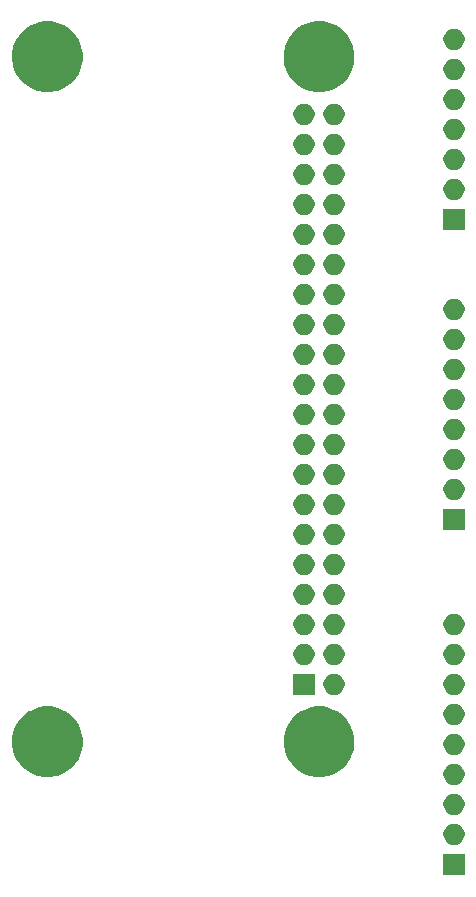
<source format=gbr>
G04 #@! TF.GenerationSoftware,KiCad,Pcbnew,(5.1.5)-3*
G04 #@! TF.CreationDate,2019-12-27T21:02:48-05:00*
G04 #@! TF.ProjectId,pi-altim,70692d61-6c74-4696-9d2e-6b696361645f,rev?*
G04 #@! TF.SameCoordinates,Original*
G04 #@! TF.FileFunction,Soldermask,Top*
G04 #@! TF.FilePolarity,Negative*
%FSLAX46Y46*%
G04 Gerber Fmt 4.6, Leading zero omitted, Abs format (unit mm)*
G04 Created by KiCad (PCBNEW (5.1.5)-3) date 2019-12-27 21:02:48*
%MOMM*%
%LPD*%
G04 APERTURE LIST*
%ADD10C,0.100000*%
G04 APERTURE END LIST*
D10*
G36*
X58051000Y-85991000D02*
G01*
X56249000Y-85991000D01*
X56249000Y-84189000D01*
X58051000Y-84189000D01*
X58051000Y-85991000D01*
G37*
G36*
X57263512Y-81653927D02*
G01*
X57412812Y-81683624D01*
X57576784Y-81751544D01*
X57724354Y-81850147D01*
X57849853Y-81975646D01*
X57948456Y-82123216D01*
X58016376Y-82287188D01*
X58051000Y-82461259D01*
X58051000Y-82638741D01*
X58016376Y-82812812D01*
X57948456Y-82976784D01*
X57849853Y-83124354D01*
X57724354Y-83249853D01*
X57576784Y-83348456D01*
X57412812Y-83416376D01*
X57263512Y-83446073D01*
X57238742Y-83451000D01*
X57061258Y-83451000D01*
X57036488Y-83446073D01*
X56887188Y-83416376D01*
X56723216Y-83348456D01*
X56575646Y-83249853D01*
X56450147Y-83124354D01*
X56351544Y-82976784D01*
X56283624Y-82812812D01*
X56249000Y-82638741D01*
X56249000Y-82461259D01*
X56283624Y-82287188D01*
X56351544Y-82123216D01*
X56450147Y-81975646D01*
X56575646Y-81850147D01*
X56723216Y-81751544D01*
X56887188Y-81683624D01*
X57036488Y-81653927D01*
X57061258Y-81649000D01*
X57238742Y-81649000D01*
X57263512Y-81653927D01*
G37*
G36*
X57263512Y-79113927D02*
G01*
X57412812Y-79143624D01*
X57576784Y-79211544D01*
X57724354Y-79310147D01*
X57849853Y-79435646D01*
X57948456Y-79583216D01*
X58016376Y-79747188D01*
X58051000Y-79921259D01*
X58051000Y-80098741D01*
X58016376Y-80272812D01*
X57948456Y-80436784D01*
X57849853Y-80584354D01*
X57724354Y-80709853D01*
X57576784Y-80808456D01*
X57412812Y-80876376D01*
X57263512Y-80906073D01*
X57238742Y-80911000D01*
X57061258Y-80911000D01*
X57036488Y-80906073D01*
X56887188Y-80876376D01*
X56723216Y-80808456D01*
X56575646Y-80709853D01*
X56450147Y-80584354D01*
X56351544Y-80436784D01*
X56283624Y-80272812D01*
X56249000Y-80098741D01*
X56249000Y-79921259D01*
X56283624Y-79747188D01*
X56351544Y-79583216D01*
X56450147Y-79435646D01*
X56575646Y-79310147D01*
X56723216Y-79211544D01*
X56887188Y-79143624D01*
X57036488Y-79113927D01*
X57061258Y-79109000D01*
X57238742Y-79109000D01*
X57263512Y-79113927D01*
G37*
G36*
X57263512Y-76573927D02*
G01*
X57412812Y-76603624D01*
X57576784Y-76671544D01*
X57724354Y-76770147D01*
X57849853Y-76895646D01*
X57948456Y-77043216D01*
X58016376Y-77207188D01*
X58046073Y-77356488D01*
X58050465Y-77378566D01*
X58051000Y-77381259D01*
X58051000Y-77558741D01*
X58016376Y-77732812D01*
X57948456Y-77896784D01*
X57849853Y-78044354D01*
X57724354Y-78169853D01*
X57576784Y-78268456D01*
X57412812Y-78336376D01*
X57263512Y-78366073D01*
X57238742Y-78371000D01*
X57061258Y-78371000D01*
X57036488Y-78366073D01*
X56887188Y-78336376D01*
X56723216Y-78268456D01*
X56575646Y-78169853D01*
X56450147Y-78044354D01*
X56351544Y-77896784D01*
X56283624Y-77732812D01*
X56249000Y-77558741D01*
X56249000Y-77381259D01*
X56249536Y-77378566D01*
X56253927Y-77356488D01*
X56283624Y-77207188D01*
X56351544Y-77043216D01*
X56450147Y-76895646D01*
X56575646Y-76770147D01*
X56723216Y-76671544D01*
X56887188Y-76603624D01*
X57036488Y-76573927D01*
X57061258Y-76569000D01*
X57238742Y-76569000D01*
X57263512Y-76573927D01*
G37*
G36*
X46401870Y-71796859D02*
G01*
X46595068Y-71835288D01*
X47141033Y-72061434D01*
X47239442Y-72127189D01*
X47632388Y-72389747D01*
X48050253Y-72807612D01*
X48213295Y-73051622D01*
X48373243Y-73291000D01*
X48378567Y-73298969D01*
X48604712Y-73844933D01*
X48720000Y-74424524D01*
X48720000Y-75015476D01*
X48643141Y-75401870D01*
X48604712Y-75595068D01*
X48378566Y-76141033D01*
X48050252Y-76632389D01*
X47632389Y-77050252D01*
X47141033Y-77378566D01*
X46595068Y-77604712D01*
X46401870Y-77643141D01*
X46015476Y-77720000D01*
X45424524Y-77720000D01*
X45038130Y-77643141D01*
X44844932Y-77604712D01*
X44298967Y-77378566D01*
X43807611Y-77050252D01*
X43389748Y-76632389D01*
X43061434Y-76141033D01*
X42835288Y-75595068D01*
X42796859Y-75401870D01*
X42720000Y-75015476D01*
X42720000Y-74424524D01*
X42835288Y-73844933D01*
X43061433Y-73298969D01*
X43066758Y-73291000D01*
X43226705Y-73051622D01*
X43389747Y-72807612D01*
X43807612Y-72389747D01*
X44200558Y-72127189D01*
X44298967Y-72061434D01*
X44844932Y-71835288D01*
X45038130Y-71796859D01*
X45424524Y-71720000D01*
X46015476Y-71720000D01*
X46401870Y-71796859D01*
G37*
G36*
X23401870Y-71796859D02*
G01*
X23595068Y-71835288D01*
X24141033Y-72061434D01*
X24239442Y-72127189D01*
X24632388Y-72389747D01*
X25050253Y-72807612D01*
X25213295Y-73051622D01*
X25373243Y-73291000D01*
X25378567Y-73298969D01*
X25604712Y-73844933D01*
X25720000Y-74424524D01*
X25720000Y-75015476D01*
X25643141Y-75401870D01*
X25604712Y-75595068D01*
X25378566Y-76141033D01*
X25050252Y-76632389D01*
X24632389Y-77050252D01*
X24141033Y-77378566D01*
X23595068Y-77604712D01*
X23401870Y-77643141D01*
X23015476Y-77720000D01*
X22424524Y-77720000D01*
X22038130Y-77643141D01*
X21844932Y-77604712D01*
X21298967Y-77378566D01*
X20807611Y-77050252D01*
X20389748Y-76632389D01*
X20061434Y-76141033D01*
X19835288Y-75595068D01*
X19796859Y-75401870D01*
X19720000Y-75015476D01*
X19720000Y-74424524D01*
X19835288Y-73844933D01*
X20061433Y-73298969D01*
X20066758Y-73291000D01*
X20226705Y-73051622D01*
X20389747Y-72807612D01*
X20807612Y-72389747D01*
X21200558Y-72127189D01*
X21298967Y-72061434D01*
X21844932Y-71835288D01*
X22038130Y-71796859D01*
X22424524Y-71720000D01*
X23015476Y-71720000D01*
X23401870Y-71796859D01*
G37*
G36*
X57263512Y-74033927D02*
G01*
X57412812Y-74063624D01*
X57576784Y-74131544D01*
X57724354Y-74230147D01*
X57849853Y-74355646D01*
X57948456Y-74503216D01*
X58016376Y-74667188D01*
X58051000Y-74841259D01*
X58051000Y-75018741D01*
X58016376Y-75192812D01*
X57948456Y-75356784D01*
X57849853Y-75504354D01*
X57724354Y-75629853D01*
X57576784Y-75728456D01*
X57412812Y-75796376D01*
X57263512Y-75826073D01*
X57238742Y-75831000D01*
X57061258Y-75831000D01*
X57036488Y-75826073D01*
X56887188Y-75796376D01*
X56723216Y-75728456D01*
X56575646Y-75629853D01*
X56450147Y-75504354D01*
X56351544Y-75356784D01*
X56283624Y-75192812D01*
X56249000Y-75018741D01*
X56249000Y-74841259D01*
X56283624Y-74667188D01*
X56351544Y-74503216D01*
X56450147Y-74355646D01*
X56575646Y-74230147D01*
X56723216Y-74131544D01*
X56887188Y-74063624D01*
X57036488Y-74033927D01*
X57061258Y-74029000D01*
X57238742Y-74029000D01*
X57263512Y-74033927D01*
G37*
G36*
X57263512Y-71493927D02*
G01*
X57412812Y-71523624D01*
X57576784Y-71591544D01*
X57724354Y-71690147D01*
X57849853Y-71815646D01*
X57948456Y-71963216D01*
X58016376Y-72127188D01*
X58051000Y-72301259D01*
X58051000Y-72478741D01*
X58016376Y-72652812D01*
X57948456Y-72816784D01*
X57849853Y-72964354D01*
X57724354Y-73089853D01*
X57576784Y-73188456D01*
X57412812Y-73256376D01*
X57263512Y-73286073D01*
X57238742Y-73291000D01*
X57061258Y-73291000D01*
X57036488Y-73286073D01*
X56887188Y-73256376D01*
X56723216Y-73188456D01*
X56575646Y-73089853D01*
X56450147Y-72964354D01*
X56351544Y-72816784D01*
X56283624Y-72652812D01*
X56249000Y-72478741D01*
X56249000Y-72301259D01*
X56283624Y-72127188D01*
X56351544Y-71963216D01*
X56450147Y-71815646D01*
X56575646Y-71690147D01*
X56723216Y-71591544D01*
X56887188Y-71523624D01*
X57036488Y-71493927D01*
X57061258Y-71489000D01*
X57238742Y-71489000D01*
X57263512Y-71493927D01*
G37*
G36*
X45351000Y-70751000D02*
G01*
X43549000Y-70751000D01*
X43549000Y-68949000D01*
X45351000Y-68949000D01*
X45351000Y-70751000D01*
G37*
G36*
X47103512Y-68953927D02*
G01*
X47252812Y-68983624D01*
X47416784Y-69051544D01*
X47564354Y-69150147D01*
X47689853Y-69275646D01*
X47788456Y-69423216D01*
X47856376Y-69587188D01*
X47891000Y-69761259D01*
X47891000Y-69938741D01*
X47856376Y-70112812D01*
X47788456Y-70276784D01*
X47689853Y-70424354D01*
X47564354Y-70549853D01*
X47416784Y-70648456D01*
X47252812Y-70716376D01*
X47103512Y-70746073D01*
X47078742Y-70751000D01*
X46901258Y-70751000D01*
X46876488Y-70746073D01*
X46727188Y-70716376D01*
X46563216Y-70648456D01*
X46415646Y-70549853D01*
X46290147Y-70424354D01*
X46191544Y-70276784D01*
X46123624Y-70112812D01*
X46089000Y-69938741D01*
X46089000Y-69761259D01*
X46123624Y-69587188D01*
X46191544Y-69423216D01*
X46290147Y-69275646D01*
X46415646Y-69150147D01*
X46563216Y-69051544D01*
X46727188Y-68983624D01*
X46876488Y-68953927D01*
X46901258Y-68949000D01*
X47078742Y-68949000D01*
X47103512Y-68953927D01*
G37*
G36*
X57263512Y-68953927D02*
G01*
X57412812Y-68983624D01*
X57576784Y-69051544D01*
X57724354Y-69150147D01*
X57849853Y-69275646D01*
X57948456Y-69423216D01*
X58016376Y-69587188D01*
X58051000Y-69761259D01*
X58051000Y-69938741D01*
X58016376Y-70112812D01*
X57948456Y-70276784D01*
X57849853Y-70424354D01*
X57724354Y-70549853D01*
X57576784Y-70648456D01*
X57412812Y-70716376D01*
X57263512Y-70746073D01*
X57238742Y-70751000D01*
X57061258Y-70751000D01*
X57036488Y-70746073D01*
X56887188Y-70716376D01*
X56723216Y-70648456D01*
X56575646Y-70549853D01*
X56450147Y-70424354D01*
X56351544Y-70276784D01*
X56283624Y-70112812D01*
X56249000Y-69938741D01*
X56249000Y-69761259D01*
X56283624Y-69587188D01*
X56351544Y-69423216D01*
X56450147Y-69275646D01*
X56575646Y-69150147D01*
X56723216Y-69051544D01*
X56887188Y-68983624D01*
X57036488Y-68953927D01*
X57061258Y-68949000D01*
X57238742Y-68949000D01*
X57263512Y-68953927D01*
G37*
G36*
X44563512Y-66413927D02*
G01*
X44712812Y-66443624D01*
X44876784Y-66511544D01*
X45024354Y-66610147D01*
X45149853Y-66735646D01*
X45248456Y-66883216D01*
X45316376Y-67047188D01*
X45351000Y-67221259D01*
X45351000Y-67398741D01*
X45316376Y-67572812D01*
X45248456Y-67736784D01*
X45149853Y-67884354D01*
X45024354Y-68009853D01*
X44876784Y-68108456D01*
X44712812Y-68176376D01*
X44563512Y-68206073D01*
X44538742Y-68211000D01*
X44361258Y-68211000D01*
X44336488Y-68206073D01*
X44187188Y-68176376D01*
X44023216Y-68108456D01*
X43875646Y-68009853D01*
X43750147Y-67884354D01*
X43651544Y-67736784D01*
X43583624Y-67572812D01*
X43549000Y-67398741D01*
X43549000Y-67221259D01*
X43583624Y-67047188D01*
X43651544Y-66883216D01*
X43750147Y-66735646D01*
X43875646Y-66610147D01*
X44023216Y-66511544D01*
X44187188Y-66443624D01*
X44336488Y-66413927D01*
X44361258Y-66409000D01*
X44538742Y-66409000D01*
X44563512Y-66413927D01*
G37*
G36*
X47103512Y-66413927D02*
G01*
X47252812Y-66443624D01*
X47416784Y-66511544D01*
X47564354Y-66610147D01*
X47689853Y-66735646D01*
X47788456Y-66883216D01*
X47856376Y-67047188D01*
X47891000Y-67221259D01*
X47891000Y-67398741D01*
X47856376Y-67572812D01*
X47788456Y-67736784D01*
X47689853Y-67884354D01*
X47564354Y-68009853D01*
X47416784Y-68108456D01*
X47252812Y-68176376D01*
X47103512Y-68206073D01*
X47078742Y-68211000D01*
X46901258Y-68211000D01*
X46876488Y-68206073D01*
X46727188Y-68176376D01*
X46563216Y-68108456D01*
X46415646Y-68009853D01*
X46290147Y-67884354D01*
X46191544Y-67736784D01*
X46123624Y-67572812D01*
X46089000Y-67398741D01*
X46089000Y-67221259D01*
X46123624Y-67047188D01*
X46191544Y-66883216D01*
X46290147Y-66735646D01*
X46415646Y-66610147D01*
X46563216Y-66511544D01*
X46727188Y-66443624D01*
X46876488Y-66413927D01*
X46901258Y-66409000D01*
X47078742Y-66409000D01*
X47103512Y-66413927D01*
G37*
G36*
X57263512Y-66413927D02*
G01*
X57412812Y-66443624D01*
X57576784Y-66511544D01*
X57724354Y-66610147D01*
X57849853Y-66735646D01*
X57948456Y-66883216D01*
X58016376Y-67047188D01*
X58051000Y-67221259D01*
X58051000Y-67398741D01*
X58016376Y-67572812D01*
X57948456Y-67736784D01*
X57849853Y-67884354D01*
X57724354Y-68009853D01*
X57576784Y-68108456D01*
X57412812Y-68176376D01*
X57263512Y-68206073D01*
X57238742Y-68211000D01*
X57061258Y-68211000D01*
X57036488Y-68206073D01*
X56887188Y-68176376D01*
X56723216Y-68108456D01*
X56575646Y-68009853D01*
X56450147Y-67884354D01*
X56351544Y-67736784D01*
X56283624Y-67572812D01*
X56249000Y-67398741D01*
X56249000Y-67221259D01*
X56283624Y-67047188D01*
X56351544Y-66883216D01*
X56450147Y-66735646D01*
X56575646Y-66610147D01*
X56723216Y-66511544D01*
X56887188Y-66443624D01*
X57036488Y-66413927D01*
X57061258Y-66409000D01*
X57238742Y-66409000D01*
X57263512Y-66413927D01*
G37*
G36*
X57263512Y-63873927D02*
G01*
X57412812Y-63903624D01*
X57576784Y-63971544D01*
X57724354Y-64070147D01*
X57849853Y-64195646D01*
X57948456Y-64343216D01*
X58016376Y-64507188D01*
X58051000Y-64681259D01*
X58051000Y-64858741D01*
X58016376Y-65032812D01*
X57948456Y-65196784D01*
X57849853Y-65344354D01*
X57724354Y-65469853D01*
X57576784Y-65568456D01*
X57412812Y-65636376D01*
X57263512Y-65666073D01*
X57238742Y-65671000D01*
X57061258Y-65671000D01*
X57036488Y-65666073D01*
X56887188Y-65636376D01*
X56723216Y-65568456D01*
X56575646Y-65469853D01*
X56450147Y-65344354D01*
X56351544Y-65196784D01*
X56283624Y-65032812D01*
X56249000Y-64858741D01*
X56249000Y-64681259D01*
X56283624Y-64507188D01*
X56351544Y-64343216D01*
X56450147Y-64195646D01*
X56575646Y-64070147D01*
X56723216Y-63971544D01*
X56887188Y-63903624D01*
X57036488Y-63873927D01*
X57061258Y-63869000D01*
X57238742Y-63869000D01*
X57263512Y-63873927D01*
G37*
G36*
X44563512Y-63873927D02*
G01*
X44712812Y-63903624D01*
X44876784Y-63971544D01*
X45024354Y-64070147D01*
X45149853Y-64195646D01*
X45248456Y-64343216D01*
X45316376Y-64507188D01*
X45351000Y-64681259D01*
X45351000Y-64858741D01*
X45316376Y-65032812D01*
X45248456Y-65196784D01*
X45149853Y-65344354D01*
X45024354Y-65469853D01*
X44876784Y-65568456D01*
X44712812Y-65636376D01*
X44563512Y-65666073D01*
X44538742Y-65671000D01*
X44361258Y-65671000D01*
X44336488Y-65666073D01*
X44187188Y-65636376D01*
X44023216Y-65568456D01*
X43875646Y-65469853D01*
X43750147Y-65344354D01*
X43651544Y-65196784D01*
X43583624Y-65032812D01*
X43549000Y-64858741D01*
X43549000Y-64681259D01*
X43583624Y-64507188D01*
X43651544Y-64343216D01*
X43750147Y-64195646D01*
X43875646Y-64070147D01*
X44023216Y-63971544D01*
X44187188Y-63903624D01*
X44336488Y-63873927D01*
X44361258Y-63869000D01*
X44538742Y-63869000D01*
X44563512Y-63873927D01*
G37*
G36*
X47103512Y-63873927D02*
G01*
X47252812Y-63903624D01*
X47416784Y-63971544D01*
X47564354Y-64070147D01*
X47689853Y-64195646D01*
X47788456Y-64343216D01*
X47856376Y-64507188D01*
X47891000Y-64681259D01*
X47891000Y-64858741D01*
X47856376Y-65032812D01*
X47788456Y-65196784D01*
X47689853Y-65344354D01*
X47564354Y-65469853D01*
X47416784Y-65568456D01*
X47252812Y-65636376D01*
X47103512Y-65666073D01*
X47078742Y-65671000D01*
X46901258Y-65671000D01*
X46876488Y-65666073D01*
X46727188Y-65636376D01*
X46563216Y-65568456D01*
X46415646Y-65469853D01*
X46290147Y-65344354D01*
X46191544Y-65196784D01*
X46123624Y-65032812D01*
X46089000Y-64858741D01*
X46089000Y-64681259D01*
X46123624Y-64507188D01*
X46191544Y-64343216D01*
X46290147Y-64195646D01*
X46415646Y-64070147D01*
X46563216Y-63971544D01*
X46727188Y-63903624D01*
X46876488Y-63873927D01*
X46901258Y-63869000D01*
X47078742Y-63869000D01*
X47103512Y-63873927D01*
G37*
G36*
X44563512Y-61333927D02*
G01*
X44712812Y-61363624D01*
X44876784Y-61431544D01*
X45024354Y-61530147D01*
X45149853Y-61655646D01*
X45248456Y-61803216D01*
X45316376Y-61967188D01*
X45351000Y-62141259D01*
X45351000Y-62318741D01*
X45316376Y-62492812D01*
X45248456Y-62656784D01*
X45149853Y-62804354D01*
X45024354Y-62929853D01*
X44876784Y-63028456D01*
X44712812Y-63096376D01*
X44563512Y-63126073D01*
X44538742Y-63131000D01*
X44361258Y-63131000D01*
X44336488Y-63126073D01*
X44187188Y-63096376D01*
X44023216Y-63028456D01*
X43875646Y-62929853D01*
X43750147Y-62804354D01*
X43651544Y-62656784D01*
X43583624Y-62492812D01*
X43549000Y-62318741D01*
X43549000Y-62141259D01*
X43583624Y-61967188D01*
X43651544Y-61803216D01*
X43750147Y-61655646D01*
X43875646Y-61530147D01*
X44023216Y-61431544D01*
X44187188Y-61363624D01*
X44336488Y-61333927D01*
X44361258Y-61329000D01*
X44538742Y-61329000D01*
X44563512Y-61333927D01*
G37*
G36*
X47103512Y-61333927D02*
G01*
X47252812Y-61363624D01*
X47416784Y-61431544D01*
X47564354Y-61530147D01*
X47689853Y-61655646D01*
X47788456Y-61803216D01*
X47856376Y-61967188D01*
X47891000Y-62141259D01*
X47891000Y-62318741D01*
X47856376Y-62492812D01*
X47788456Y-62656784D01*
X47689853Y-62804354D01*
X47564354Y-62929853D01*
X47416784Y-63028456D01*
X47252812Y-63096376D01*
X47103512Y-63126073D01*
X47078742Y-63131000D01*
X46901258Y-63131000D01*
X46876488Y-63126073D01*
X46727188Y-63096376D01*
X46563216Y-63028456D01*
X46415646Y-62929853D01*
X46290147Y-62804354D01*
X46191544Y-62656784D01*
X46123624Y-62492812D01*
X46089000Y-62318741D01*
X46089000Y-62141259D01*
X46123624Y-61967188D01*
X46191544Y-61803216D01*
X46290147Y-61655646D01*
X46415646Y-61530147D01*
X46563216Y-61431544D01*
X46727188Y-61363624D01*
X46876488Y-61333927D01*
X46901258Y-61329000D01*
X47078742Y-61329000D01*
X47103512Y-61333927D01*
G37*
G36*
X47103512Y-58793927D02*
G01*
X47252812Y-58823624D01*
X47416784Y-58891544D01*
X47564354Y-58990147D01*
X47689853Y-59115646D01*
X47788456Y-59263216D01*
X47856376Y-59427188D01*
X47891000Y-59601259D01*
X47891000Y-59778741D01*
X47856376Y-59952812D01*
X47788456Y-60116784D01*
X47689853Y-60264354D01*
X47564354Y-60389853D01*
X47416784Y-60488456D01*
X47252812Y-60556376D01*
X47103512Y-60586073D01*
X47078742Y-60591000D01*
X46901258Y-60591000D01*
X46876488Y-60586073D01*
X46727188Y-60556376D01*
X46563216Y-60488456D01*
X46415646Y-60389853D01*
X46290147Y-60264354D01*
X46191544Y-60116784D01*
X46123624Y-59952812D01*
X46089000Y-59778741D01*
X46089000Y-59601259D01*
X46123624Y-59427188D01*
X46191544Y-59263216D01*
X46290147Y-59115646D01*
X46415646Y-58990147D01*
X46563216Y-58891544D01*
X46727188Y-58823624D01*
X46876488Y-58793927D01*
X46901258Y-58789000D01*
X47078742Y-58789000D01*
X47103512Y-58793927D01*
G37*
G36*
X44563512Y-58793927D02*
G01*
X44712812Y-58823624D01*
X44876784Y-58891544D01*
X45024354Y-58990147D01*
X45149853Y-59115646D01*
X45248456Y-59263216D01*
X45316376Y-59427188D01*
X45351000Y-59601259D01*
X45351000Y-59778741D01*
X45316376Y-59952812D01*
X45248456Y-60116784D01*
X45149853Y-60264354D01*
X45024354Y-60389853D01*
X44876784Y-60488456D01*
X44712812Y-60556376D01*
X44563512Y-60586073D01*
X44538742Y-60591000D01*
X44361258Y-60591000D01*
X44336488Y-60586073D01*
X44187188Y-60556376D01*
X44023216Y-60488456D01*
X43875646Y-60389853D01*
X43750147Y-60264354D01*
X43651544Y-60116784D01*
X43583624Y-59952812D01*
X43549000Y-59778741D01*
X43549000Y-59601259D01*
X43583624Y-59427188D01*
X43651544Y-59263216D01*
X43750147Y-59115646D01*
X43875646Y-58990147D01*
X44023216Y-58891544D01*
X44187188Y-58823624D01*
X44336488Y-58793927D01*
X44361258Y-58789000D01*
X44538742Y-58789000D01*
X44563512Y-58793927D01*
G37*
G36*
X47103512Y-56253927D02*
G01*
X47252812Y-56283624D01*
X47416784Y-56351544D01*
X47564354Y-56450147D01*
X47689853Y-56575646D01*
X47788456Y-56723216D01*
X47856376Y-56887188D01*
X47891000Y-57061259D01*
X47891000Y-57238741D01*
X47856376Y-57412812D01*
X47788456Y-57576784D01*
X47689853Y-57724354D01*
X47564354Y-57849853D01*
X47416784Y-57948456D01*
X47252812Y-58016376D01*
X47103512Y-58046073D01*
X47078742Y-58051000D01*
X46901258Y-58051000D01*
X46876488Y-58046073D01*
X46727188Y-58016376D01*
X46563216Y-57948456D01*
X46415646Y-57849853D01*
X46290147Y-57724354D01*
X46191544Y-57576784D01*
X46123624Y-57412812D01*
X46089000Y-57238741D01*
X46089000Y-57061259D01*
X46123624Y-56887188D01*
X46191544Y-56723216D01*
X46290147Y-56575646D01*
X46415646Y-56450147D01*
X46563216Y-56351544D01*
X46727188Y-56283624D01*
X46876488Y-56253927D01*
X46901258Y-56249000D01*
X47078742Y-56249000D01*
X47103512Y-56253927D01*
G37*
G36*
X44563512Y-56253927D02*
G01*
X44712812Y-56283624D01*
X44876784Y-56351544D01*
X45024354Y-56450147D01*
X45149853Y-56575646D01*
X45248456Y-56723216D01*
X45316376Y-56887188D01*
X45351000Y-57061259D01*
X45351000Y-57238741D01*
X45316376Y-57412812D01*
X45248456Y-57576784D01*
X45149853Y-57724354D01*
X45024354Y-57849853D01*
X44876784Y-57948456D01*
X44712812Y-58016376D01*
X44563512Y-58046073D01*
X44538742Y-58051000D01*
X44361258Y-58051000D01*
X44336488Y-58046073D01*
X44187188Y-58016376D01*
X44023216Y-57948456D01*
X43875646Y-57849853D01*
X43750147Y-57724354D01*
X43651544Y-57576784D01*
X43583624Y-57412812D01*
X43549000Y-57238741D01*
X43549000Y-57061259D01*
X43583624Y-56887188D01*
X43651544Y-56723216D01*
X43750147Y-56575646D01*
X43875646Y-56450147D01*
X44023216Y-56351544D01*
X44187188Y-56283624D01*
X44336488Y-56253927D01*
X44361258Y-56249000D01*
X44538742Y-56249000D01*
X44563512Y-56253927D01*
G37*
G36*
X58051000Y-56781000D02*
G01*
X56249000Y-56781000D01*
X56249000Y-54979000D01*
X58051000Y-54979000D01*
X58051000Y-56781000D01*
G37*
G36*
X47103512Y-53713927D02*
G01*
X47252812Y-53743624D01*
X47416784Y-53811544D01*
X47564354Y-53910147D01*
X47689853Y-54035646D01*
X47788456Y-54183216D01*
X47856376Y-54347188D01*
X47891000Y-54521259D01*
X47891000Y-54698741D01*
X47856376Y-54872812D01*
X47788456Y-55036784D01*
X47689853Y-55184354D01*
X47564354Y-55309853D01*
X47416784Y-55408456D01*
X47252812Y-55476376D01*
X47103512Y-55506073D01*
X47078742Y-55511000D01*
X46901258Y-55511000D01*
X46876488Y-55506073D01*
X46727188Y-55476376D01*
X46563216Y-55408456D01*
X46415646Y-55309853D01*
X46290147Y-55184354D01*
X46191544Y-55036784D01*
X46123624Y-54872812D01*
X46089000Y-54698741D01*
X46089000Y-54521259D01*
X46123624Y-54347188D01*
X46191544Y-54183216D01*
X46290147Y-54035646D01*
X46415646Y-53910147D01*
X46563216Y-53811544D01*
X46727188Y-53743624D01*
X46876488Y-53713927D01*
X46901258Y-53709000D01*
X47078742Y-53709000D01*
X47103512Y-53713927D01*
G37*
G36*
X44563512Y-53713927D02*
G01*
X44712812Y-53743624D01*
X44876784Y-53811544D01*
X45024354Y-53910147D01*
X45149853Y-54035646D01*
X45248456Y-54183216D01*
X45316376Y-54347188D01*
X45351000Y-54521259D01*
X45351000Y-54698741D01*
X45316376Y-54872812D01*
X45248456Y-55036784D01*
X45149853Y-55184354D01*
X45024354Y-55309853D01*
X44876784Y-55408456D01*
X44712812Y-55476376D01*
X44563512Y-55506073D01*
X44538742Y-55511000D01*
X44361258Y-55511000D01*
X44336488Y-55506073D01*
X44187188Y-55476376D01*
X44023216Y-55408456D01*
X43875646Y-55309853D01*
X43750147Y-55184354D01*
X43651544Y-55036784D01*
X43583624Y-54872812D01*
X43549000Y-54698741D01*
X43549000Y-54521259D01*
X43583624Y-54347188D01*
X43651544Y-54183216D01*
X43750147Y-54035646D01*
X43875646Y-53910147D01*
X44023216Y-53811544D01*
X44187188Y-53743624D01*
X44336488Y-53713927D01*
X44361258Y-53709000D01*
X44538742Y-53709000D01*
X44563512Y-53713927D01*
G37*
G36*
X57263512Y-52443927D02*
G01*
X57412812Y-52473624D01*
X57576784Y-52541544D01*
X57724354Y-52640147D01*
X57849853Y-52765646D01*
X57948456Y-52913216D01*
X58016376Y-53077188D01*
X58051000Y-53251259D01*
X58051000Y-53428741D01*
X58016376Y-53602812D01*
X57948456Y-53766784D01*
X57849853Y-53914354D01*
X57724354Y-54039853D01*
X57576784Y-54138456D01*
X57412812Y-54206376D01*
X57263512Y-54236073D01*
X57238742Y-54241000D01*
X57061258Y-54241000D01*
X57036488Y-54236073D01*
X56887188Y-54206376D01*
X56723216Y-54138456D01*
X56575646Y-54039853D01*
X56450147Y-53914354D01*
X56351544Y-53766784D01*
X56283624Y-53602812D01*
X56249000Y-53428741D01*
X56249000Y-53251259D01*
X56283624Y-53077188D01*
X56351544Y-52913216D01*
X56450147Y-52765646D01*
X56575646Y-52640147D01*
X56723216Y-52541544D01*
X56887188Y-52473624D01*
X57036488Y-52443927D01*
X57061258Y-52439000D01*
X57238742Y-52439000D01*
X57263512Y-52443927D01*
G37*
G36*
X47103512Y-51173927D02*
G01*
X47252812Y-51203624D01*
X47416784Y-51271544D01*
X47564354Y-51370147D01*
X47689853Y-51495646D01*
X47788456Y-51643216D01*
X47856376Y-51807188D01*
X47891000Y-51981259D01*
X47891000Y-52158741D01*
X47856376Y-52332812D01*
X47788456Y-52496784D01*
X47689853Y-52644354D01*
X47564354Y-52769853D01*
X47416784Y-52868456D01*
X47252812Y-52936376D01*
X47103512Y-52966073D01*
X47078742Y-52971000D01*
X46901258Y-52971000D01*
X46876488Y-52966073D01*
X46727188Y-52936376D01*
X46563216Y-52868456D01*
X46415646Y-52769853D01*
X46290147Y-52644354D01*
X46191544Y-52496784D01*
X46123624Y-52332812D01*
X46089000Y-52158741D01*
X46089000Y-51981259D01*
X46123624Y-51807188D01*
X46191544Y-51643216D01*
X46290147Y-51495646D01*
X46415646Y-51370147D01*
X46563216Y-51271544D01*
X46727188Y-51203624D01*
X46876488Y-51173927D01*
X46901258Y-51169000D01*
X47078742Y-51169000D01*
X47103512Y-51173927D01*
G37*
G36*
X44563512Y-51173927D02*
G01*
X44712812Y-51203624D01*
X44876784Y-51271544D01*
X45024354Y-51370147D01*
X45149853Y-51495646D01*
X45248456Y-51643216D01*
X45316376Y-51807188D01*
X45351000Y-51981259D01*
X45351000Y-52158741D01*
X45316376Y-52332812D01*
X45248456Y-52496784D01*
X45149853Y-52644354D01*
X45024354Y-52769853D01*
X44876784Y-52868456D01*
X44712812Y-52936376D01*
X44563512Y-52966073D01*
X44538742Y-52971000D01*
X44361258Y-52971000D01*
X44336488Y-52966073D01*
X44187188Y-52936376D01*
X44023216Y-52868456D01*
X43875646Y-52769853D01*
X43750147Y-52644354D01*
X43651544Y-52496784D01*
X43583624Y-52332812D01*
X43549000Y-52158741D01*
X43549000Y-51981259D01*
X43583624Y-51807188D01*
X43651544Y-51643216D01*
X43750147Y-51495646D01*
X43875646Y-51370147D01*
X44023216Y-51271544D01*
X44187188Y-51203624D01*
X44336488Y-51173927D01*
X44361258Y-51169000D01*
X44538742Y-51169000D01*
X44563512Y-51173927D01*
G37*
G36*
X57263512Y-49903927D02*
G01*
X57412812Y-49933624D01*
X57576784Y-50001544D01*
X57724354Y-50100147D01*
X57849853Y-50225646D01*
X57948456Y-50373216D01*
X58016376Y-50537188D01*
X58051000Y-50711259D01*
X58051000Y-50888741D01*
X58016376Y-51062812D01*
X57948456Y-51226784D01*
X57849853Y-51374354D01*
X57724354Y-51499853D01*
X57576784Y-51598456D01*
X57412812Y-51666376D01*
X57263512Y-51696073D01*
X57238742Y-51701000D01*
X57061258Y-51701000D01*
X57036488Y-51696073D01*
X56887188Y-51666376D01*
X56723216Y-51598456D01*
X56575646Y-51499853D01*
X56450147Y-51374354D01*
X56351544Y-51226784D01*
X56283624Y-51062812D01*
X56249000Y-50888741D01*
X56249000Y-50711259D01*
X56283624Y-50537188D01*
X56351544Y-50373216D01*
X56450147Y-50225646D01*
X56575646Y-50100147D01*
X56723216Y-50001544D01*
X56887188Y-49933624D01*
X57036488Y-49903927D01*
X57061258Y-49899000D01*
X57238742Y-49899000D01*
X57263512Y-49903927D01*
G37*
G36*
X47103512Y-48633927D02*
G01*
X47252812Y-48663624D01*
X47416784Y-48731544D01*
X47564354Y-48830147D01*
X47689853Y-48955646D01*
X47788456Y-49103216D01*
X47856376Y-49267188D01*
X47891000Y-49441259D01*
X47891000Y-49618741D01*
X47856376Y-49792812D01*
X47788456Y-49956784D01*
X47689853Y-50104354D01*
X47564354Y-50229853D01*
X47416784Y-50328456D01*
X47252812Y-50396376D01*
X47103512Y-50426073D01*
X47078742Y-50431000D01*
X46901258Y-50431000D01*
X46876488Y-50426073D01*
X46727188Y-50396376D01*
X46563216Y-50328456D01*
X46415646Y-50229853D01*
X46290147Y-50104354D01*
X46191544Y-49956784D01*
X46123624Y-49792812D01*
X46089000Y-49618741D01*
X46089000Y-49441259D01*
X46123624Y-49267188D01*
X46191544Y-49103216D01*
X46290147Y-48955646D01*
X46415646Y-48830147D01*
X46563216Y-48731544D01*
X46727188Y-48663624D01*
X46876488Y-48633927D01*
X46901258Y-48629000D01*
X47078742Y-48629000D01*
X47103512Y-48633927D01*
G37*
G36*
X44563512Y-48633927D02*
G01*
X44712812Y-48663624D01*
X44876784Y-48731544D01*
X45024354Y-48830147D01*
X45149853Y-48955646D01*
X45248456Y-49103216D01*
X45316376Y-49267188D01*
X45351000Y-49441259D01*
X45351000Y-49618741D01*
X45316376Y-49792812D01*
X45248456Y-49956784D01*
X45149853Y-50104354D01*
X45024354Y-50229853D01*
X44876784Y-50328456D01*
X44712812Y-50396376D01*
X44563512Y-50426073D01*
X44538742Y-50431000D01*
X44361258Y-50431000D01*
X44336488Y-50426073D01*
X44187188Y-50396376D01*
X44023216Y-50328456D01*
X43875646Y-50229853D01*
X43750147Y-50104354D01*
X43651544Y-49956784D01*
X43583624Y-49792812D01*
X43549000Y-49618741D01*
X43549000Y-49441259D01*
X43583624Y-49267188D01*
X43651544Y-49103216D01*
X43750147Y-48955646D01*
X43875646Y-48830147D01*
X44023216Y-48731544D01*
X44187188Y-48663624D01*
X44336488Y-48633927D01*
X44361258Y-48629000D01*
X44538742Y-48629000D01*
X44563512Y-48633927D01*
G37*
G36*
X57263512Y-47363927D02*
G01*
X57412812Y-47393624D01*
X57576784Y-47461544D01*
X57724354Y-47560147D01*
X57849853Y-47685646D01*
X57948456Y-47833216D01*
X58016376Y-47997188D01*
X58051000Y-48171259D01*
X58051000Y-48348741D01*
X58016376Y-48522812D01*
X57948456Y-48686784D01*
X57849853Y-48834354D01*
X57724354Y-48959853D01*
X57576784Y-49058456D01*
X57412812Y-49126376D01*
X57263512Y-49156073D01*
X57238742Y-49161000D01*
X57061258Y-49161000D01*
X57036488Y-49156073D01*
X56887188Y-49126376D01*
X56723216Y-49058456D01*
X56575646Y-48959853D01*
X56450147Y-48834354D01*
X56351544Y-48686784D01*
X56283624Y-48522812D01*
X56249000Y-48348741D01*
X56249000Y-48171259D01*
X56283624Y-47997188D01*
X56351544Y-47833216D01*
X56450147Y-47685646D01*
X56575646Y-47560147D01*
X56723216Y-47461544D01*
X56887188Y-47393624D01*
X57036488Y-47363927D01*
X57061258Y-47359000D01*
X57238742Y-47359000D01*
X57263512Y-47363927D01*
G37*
G36*
X44563512Y-46093927D02*
G01*
X44712812Y-46123624D01*
X44876784Y-46191544D01*
X45024354Y-46290147D01*
X45149853Y-46415646D01*
X45248456Y-46563216D01*
X45316376Y-46727188D01*
X45351000Y-46901259D01*
X45351000Y-47078741D01*
X45316376Y-47252812D01*
X45248456Y-47416784D01*
X45149853Y-47564354D01*
X45024354Y-47689853D01*
X44876784Y-47788456D01*
X44712812Y-47856376D01*
X44563512Y-47886073D01*
X44538742Y-47891000D01*
X44361258Y-47891000D01*
X44336488Y-47886073D01*
X44187188Y-47856376D01*
X44023216Y-47788456D01*
X43875646Y-47689853D01*
X43750147Y-47564354D01*
X43651544Y-47416784D01*
X43583624Y-47252812D01*
X43549000Y-47078741D01*
X43549000Y-46901259D01*
X43583624Y-46727188D01*
X43651544Y-46563216D01*
X43750147Y-46415646D01*
X43875646Y-46290147D01*
X44023216Y-46191544D01*
X44187188Y-46123624D01*
X44336488Y-46093927D01*
X44361258Y-46089000D01*
X44538742Y-46089000D01*
X44563512Y-46093927D01*
G37*
G36*
X47103512Y-46093927D02*
G01*
X47252812Y-46123624D01*
X47416784Y-46191544D01*
X47564354Y-46290147D01*
X47689853Y-46415646D01*
X47788456Y-46563216D01*
X47856376Y-46727188D01*
X47891000Y-46901259D01*
X47891000Y-47078741D01*
X47856376Y-47252812D01*
X47788456Y-47416784D01*
X47689853Y-47564354D01*
X47564354Y-47689853D01*
X47416784Y-47788456D01*
X47252812Y-47856376D01*
X47103512Y-47886073D01*
X47078742Y-47891000D01*
X46901258Y-47891000D01*
X46876488Y-47886073D01*
X46727188Y-47856376D01*
X46563216Y-47788456D01*
X46415646Y-47689853D01*
X46290147Y-47564354D01*
X46191544Y-47416784D01*
X46123624Y-47252812D01*
X46089000Y-47078741D01*
X46089000Y-46901259D01*
X46123624Y-46727188D01*
X46191544Y-46563216D01*
X46290147Y-46415646D01*
X46415646Y-46290147D01*
X46563216Y-46191544D01*
X46727188Y-46123624D01*
X46876488Y-46093927D01*
X46901258Y-46089000D01*
X47078742Y-46089000D01*
X47103512Y-46093927D01*
G37*
G36*
X57263512Y-44823927D02*
G01*
X57412812Y-44853624D01*
X57576784Y-44921544D01*
X57724354Y-45020147D01*
X57849853Y-45145646D01*
X57948456Y-45293216D01*
X58016376Y-45457188D01*
X58051000Y-45631259D01*
X58051000Y-45808741D01*
X58016376Y-45982812D01*
X57948456Y-46146784D01*
X57849853Y-46294354D01*
X57724354Y-46419853D01*
X57576784Y-46518456D01*
X57412812Y-46586376D01*
X57263512Y-46616073D01*
X57238742Y-46621000D01*
X57061258Y-46621000D01*
X57036488Y-46616073D01*
X56887188Y-46586376D01*
X56723216Y-46518456D01*
X56575646Y-46419853D01*
X56450147Y-46294354D01*
X56351544Y-46146784D01*
X56283624Y-45982812D01*
X56249000Y-45808741D01*
X56249000Y-45631259D01*
X56283624Y-45457188D01*
X56351544Y-45293216D01*
X56450147Y-45145646D01*
X56575646Y-45020147D01*
X56723216Y-44921544D01*
X56887188Y-44853624D01*
X57036488Y-44823927D01*
X57061258Y-44819000D01*
X57238742Y-44819000D01*
X57263512Y-44823927D01*
G37*
G36*
X47103512Y-43553927D02*
G01*
X47252812Y-43583624D01*
X47416784Y-43651544D01*
X47564354Y-43750147D01*
X47689853Y-43875646D01*
X47788456Y-44023216D01*
X47856376Y-44187188D01*
X47891000Y-44361259D01*
X47891000Y-44538741D01*
X47856376Y-44712812D01*
X47788456Y-44876784D01*
X47689853Y-45024354D01*
X47564354Y-45149853D01*
X47416784Y-45248456D01*
X47252812Y-45316376D01*
X47103512Y-45346073D01*
X47078742Y-45351000D01*
X46901258Y-45351000D01*
X46876488Y-45346073D01*
X46727188Y-45316376D01*
X46563216Y-45248456D01*
X46415646Y-45149853D01*
X46290147Y-45024354D01*
X46191544Y-44876784D01*
X46123624Y-44712812D01*
X46089000Y-44538741D01*
X46089000Y-44361259D01*
X46123624Y-44187188D01*
X46191544Y-44023216D01*
X46290147Y-43875646D01*
X46415646Y-43750147D01*
X46563216Y-43651544D01*
X46727188Y-43583624D01*
X46876488Y-43553927D01*
X46901258Y-43549000D01*
X47078742Y-43549000D01*
X47103512Y-43553927D01*
G37*
G36*
X44563512Y-43553927D02*
G01*
X44712812Y-43583624D01*
X44876784Y-43651544D01*
X45024354Y-43750147D01*
X45149853Y-43875646D01*
X45248456Y-44023216D01*
X45316376Y-44187188D01*
X45351000Y-44361259D01*
X45351000Y-44538741D01*
X45316376Y-44712812D01*
X45248456Y-44876784D01*
X45149853Y-45024354D01*
X45024354Y-45149853D01*
X44876784Y-45248456D01*
X44712812Y-45316376D01*
X44563512Y-45346073D01*
X44538742Y-45351000D01*
X44361258Y-45351000D01*
X44336488Y-45346073D01*
X44187188Y-45316376D01*
X44023216Y-45248456D01*
X43875646Y-45149853D01*
X43750147Y-45024354D01*
X43651544Y-44876784D01*
X43583624Y-44712812D01*
X43549000Y-44538741D01*
X43549000Y-44361259D01*
X43583624Y-44187188D01*
X43651544Y-44023216D01*
X43750147Y-43875646D01*
X43875646Y-43750147D01*
X44023216Y-43651544D01*
X44187188Y-43583624D01*
X44336488Y-43553927D01*
X44361258Y-43549000D01*
X44538742Y-43549000D01*
X44563512Y-43553927D01*
G37*
G36*
X57263512Y-42283927D02*
G01*
X57412812Y-42313624D01*
X57576784Y-42381544D01*
X57724354Y-42480147D01*
X57849853Y-42605646D01*
X57948456Y-42753216D01*
X58016376Y-42917188D01*
X58051000Y-43091259D01*
X58051000Y-43268741D01*
X58016376Y-43442812D01*
X57948456Y-43606784D01*
X57849853Y-43754354D01*
X57724354Y-43879853D01*
X57576784Y-43978456D01*
X57412812Y-44046376D01*
X57263512Y-44076073D01*
X57238742Y-44081000D01*
X57061258Y-44081000D01*
X57036488Y-44076073D01*
X56887188Y-44046376D01*
X56723216Y-43978456D01*
X56575646Y-43879853D01*
X56450147Y-43754354D01*
X56351544Y-43606784D01*
X56283624Y-43442812D01*
X56249000Y-43268741D01*
X56249000Y-43091259D01*
X56283624Y-42917188D01*
X56351544Y-42753216D01*
X56450147Y-42605646D01*
X56575646Y-42480147D01*
X56723216Y-42381544D01*
X56887188Y-42313624D01*
X57036488Y-42283927D01*
X57061258Y-42279000D01*
X57238742Y-42279000D01*
X57263512Y-42283927D01*
G37*
G36*
X47103512Y-41013927D02*
G01*
X47252812Y-41043624D01*
X47416784Y-41111544D01*
X47564354Y-41210147D01*
X47689853Y-41335646D01*
X47788456Y-41483216D01*
X47856376Y-41647188D01*
X47891000Y-41821259D01*
X47891000Y-41998741D01*
X47856376Y-42172812D01*
X47788456Y-42336784D01*
X47689853Y-42484354D01*
X47564354Y-42609853D01*
X47416784Y-42708456D01*
X47252812Y-42776376D01*
X47103512Y-42806073D01*
X47078742Y-42811000D01*
X46901258Y-42811000D01*
X46876488Y-42806073D01*
X46727188Y-42776376D01*
X46563216Y-42708456D01*
X46415646Y-42609853D01*
X46290147Y-42484354D01*
X46191544Y-42336784D01*
X46123624Y-42172812D01*
X46089000Y-41998741D01*
X46089000Y-41821259D01*
X46123624Y-41647188D01*
X46191544Y-41483216D01*
X46290147Y-41335646D01*
X46415646Y-41210147D01*
X46563216Y-41111544D01*
X46727188Y-41043624D01*
X46876488Y-41013927D01*
X46901258Y-41009000D01*
X47078742Y-41009000D01*
X47103512Y-41013927D01*
G37*
G36*
X44563512Y-41013927D02*
G01*
X44712812Y-41043624D01*
X44876784Y-41111544D01*
X45024354Y-41210147D01*
X45149853Y-41335646D01*
X45248456Y-41483216D01*
X45316376Y-41647188D01*
X45351000Y-41821259D01*
X45351000Y-41998741D01*
X45316376Y-42172812D01*
X45248456Y-42336784D01*
X45149853Y-42484354D01*
X45024354Y-42609853D01*
X44876784Y-42708456D01*
X44712812Y-42776376D01*
X44563512Y-42806073D01*
X44538742Y-42811000D01*
X44361258Y-42811000D01*
X44336488Y-42806073D01*
X44187188Y-42776376D01*
X44023216Y-42708456D01*
X43875646Y-42609853D01*
X43750147Y-42484354D01*
X43651544Y-42336784D01*
X43583624Y-42172812D01*
X43549000Y-41998741D01*
X43549000Y-41821259D01*
X43583624Y-41647188D01*
X43651544Y-41483216D01*
X43750147Y-41335646D01*
X43875646Y-41210147D01*
X44023216Y-41111544D01*
X44187188Y-41043624D01*
X44336488Y-41013927D01*
X44361258Y-41009000D01*
X44538742Y-41009000D01*
X44563512Y-41013927D01*
G37*
G36*
X57263512Y-39743927D02*
G01*
X57412812Y-39773624D01*
X57576784Y-39841544D01*
X57724354Y-39940147D01*
X57849853Y-40065646D01*
X57948456Y-40213216D01*
X58016376Y-40377188D01*
X58051000Y-40551259D01*
X58051000Y-40728741D01*
X58016376Y-40902812D01*
X57948456Y-41066784D01*
X57849853Y-41214354D01*
X57724354Y-41339853D01*
X57576784Y-41438456D01*
X57412812Y-41506376D01*
X57263512Y-41536073D01*
X57238742Y-41541000D01*
X57061258Y-41541000D01*
X57036488Y-41536073D01*
X56887188Y-41506376D01*
X56723216Y-41438456D01*
X56575646Y-41339853D01*
X56450147Y-41214354D01*
X56351544Y-41066784D01*
X56283624Y-40902812D01*
X56249000Y-40728741D01*
X56249000Y-40551259D01*
X56283624Y-40377188D01*
X56351544Y-40213216D01*
X56450147Y-40065646D01*
X56575646Y-39940147D01*
X56723216Y-39841544D01*
X56887188Y-39773624D01*
X57036488Y-39743927D01*
X57061258Y-39739000D01*
X57238742Y-39739000D01*
X57263512Y-39743927D01*
G37*
G36*
X47103512Y-38473927D02*
G01*
X47252812Y-38503624D01*
X47416784Y-38571544D01*
X47564354Y-38670147D01*
X47689853Y-38795646D01*
X47788456Y-38943216D01*
X47856376Y-39107188D01*
X47891000Y-39281259D01*
X47891000Y-39458741D01*
X47856376Y-39632812D01*
X47788456Y-39796784D01*
X47689853Y-39944354D01*
X47564354Y-40069853D01*
X47416784Y-40168456D01*
X47252812Y-40236376D01*
X47103512Y-40266073D01*
X47078742Y-40271000D01*
X46901258Y-40271000D01*
X46876488Y-40266073D01*
X46727188Y-40236376D01*
X46563216Y-40168456D01*
X46415646Y-40069853D01*
X46290147Y-39944354D01*
X46191544Y-39796784D01*
X46123624Y-39632812D01*
X46089000Y-39458741D01*
X46089000Y-39281259D01*
X46123624Y-39107188D01*
X46191544Y-38943216D01*
X46290147Y-38795646D01*
X46415646Y-38670147D01*
X46563216Y-38571544D01*
X46727188Y-38503624D01*
X46876488Y-38473927D01*
X46901258Y-38469000D01*
X47078742Y-38469000D01*
X47103512Y-38473927D01*
G37*
G36*
X44563512Y-38473927D02*
G01*
X44712812Y-38503624D01*
X44876784Y-38571544D01*
X45024354Y-38670147D01*
X45149853Y-38795646D01*
X45248456Y-38943216D01*
X45316376Y-39107188D01*
X45351000Y-39281259D01*
X45351000Y-39458741D01*
X45316376Y-39632812D01*
X45248456Y-39796784D01*
X45149853Y-39944354D01*
X45024354Y-40069853D01*
X44876784Y-40168456D01*
X44712812Y-40236376D01*
X44563512Y-40266073D01*
X44538742Y-40271000D01*
X44361258Y-40271000D01*
X44336488Y-40266073D01*
X44187188Y-40236376D01*
X44023216Y-40168456D01*
X43875646Y-40069853D01*
X43750147Y-39944354D01*
X43651544Y-39796784D01*
X43583624Y-39632812D01*
X43549000Y-39458741D01*
X43549000Y-39281259D01*
X43583624Y-39107188D01*
X43651544Y-38943216D01*
X43750147Y-38795646D01*
X43875646Y-38670147D01*
X44023216Y-38571544D01*
X44187188Y-38503624D01*
X44336488Y-38473927D01*
X44361258Y-38469000D01*
X44538742Y-38469000D01*
X44563512Y-38473927D01*
G37*
G36*
X57263512Y-37203927D02*
G01*
X57412812Y-37233624D01*
X57576784Y-37301544D01*
X57724354Y-37400147D01*
X57849853Y-37525646D01*
X57948456Y-37673216D01*
X58016376Y-37837188D01*
X58051000Y-38011259D01*
X58051000Y-38188741D01*
X58016376Y-38362812D01*
X57948456Y-38526784D01*
X57849853Y-38674354D01*
X57724354Y-38799853D01*
X57576784Y-38898456D01*
X57412812Y-38966376D01*
X57263512Y-38996073D01*
X57238742Y-39001000D01*
X57061258Y-39001000D01*
X57036488Y-38996073D01*
X56887188Y-38966376D01*
X56723216Y-38898456D01*
X56575646Y-38799853D01*
X56450147Y-38674354D01*
X56351544Y-38526784D01*
X56283624Y-38362812D01*
X56249000Y-38188741D01*
X56249000Y-38011259D01*
X56283624Y-37837188D01*
X56351544Y-37673216D01*
X56450147Y-37525646D01*
X56575646Y-37400147D01*
X56723216Y-37301544D01*
X56887188Y-37233624D01*
X57036488Y-37203927D01*
X57061258Y-37199000D01*
X57238742Y-37199000D01*
X57263512Y-37203927D01*
G37*
G36*
X44563512Y-35933927D02*
G01*
X44712812Y-35963624D01*
X44876784Y-36031544D01*
X45024354Y-36130147D01*
X45149853Y-36255646D01*
X45248456Y-36403216D01*
X45316376Y-36567188D01*
X45351000Y-36741259D01*
X45351000Y-36918741D01*
X45316376Y-37092812D01*
X45248456Y-37256784D01*
X45149853Y-37404354D01*
X45024354Y-37529853D01*
X44876784Y-37628456D01*
X44712812Y-37696376D01*
X44563512Y-37726073D01*
X44538742Y-37731000D01*
X44361258Y-37731000D01*
X44336488Y-37726073D01*
X44187188Y-37696376D01*
X44023216Y-37628456D01*
X43875646Y-37529853D01*
X43750147Y-37404354D01*
X43651544Y-37256784D01*
X43583624Y-37092812D01*
X43549000Y-36918741D01*
X43549000Y-36741259D01*
X43583624Y-36567188D01*
X43651544Y-36403216D01*
X43750147Y-36255646D01*
X43875646Y-36130147D01*
X44023216Y-36031544D01*
X44187188Y-35963624D01*
X44336488Y-35933927D01*
X44361258Y-35929000D01*
X44538742Y-35929000D01*
X44563512Y-35933927D01*
G37*
G36*
X47103512Y-35933927D02*
G01*
X47252812Y-35963624D01*
X47416784Y-36031544D01*
X47564354Y-36130147D01*
X47689853Y-36255646D01*
X47788456Y-36403216D01*
X47856376Y-36567188D01*
X47891000Y-36741259D01*
X47891000Y-36918741D01*
X47856376Y-37092812D01*
X47788456Y-37256784D01*
X47689853Y-37404354D01*
X47564354Y-37529853D01*
X47416784Y-37628456D01*
X47252812Y-37696376D01*
X47103512Y-37726073D01*
X47078742Y-37731000D01*
X46901258Y-37731000D01*
X46876488Y-37726073D01*
X46727188Y-37696376D01*
X46563216Y-37628456D01*
X46415646Y-37529853D01*
X46290147Y-37404354D01*
X46191544Y-37256784D01*
X46123624Y-37092812D01*
X46089000Y-36918741D01*
X46089000Y-36741259D01*
X46123624Y-36567188D01*
X46191544Y-36403216D01*
X46290147Y-36255646D01*
X46415646Y-36130147D01*
X46563216Y-36031544D01*
X46727188Y-35963624D01*
X46876488Y-35933927D01*
X46901258Y-35929000D01*
X47078742Y-35929000D01*
X47103512Y-35933927D01*
G37*
G36*
X47103512Y-33393927D02*
G01*
X47252812Y-33423624D01*
X47416784Y-33491544D01*
X47564354Y-33590147D01*
X47689853Y-33715646D01*
X47788456Y-33863216D01*
X47856376Y-34027188D01*
X47891000Y-34201259D01*
X47891000Y-34378741D01*
X47856376Y-34552812D01*
X47788456Y-34716784D01*
X47689853Y-34864354D01*
X47564354Y-34989853D01*
X47416784Y-35088456D01*
X47252812Y-35156376D01*
X47103512Y-35186073D01*
X47078742Y-35191000D01*
X46901258Y-35191000D01*
X46876488Y-35186073D01*
X46727188Y-35156376D01*
X46563216Y-35088456D01*
X46415646Y-34989853D01*
X46290147Y-34864354D01*
X46191544Y-34716784D01*
X46123624Y-34552812D01*
X46089000Y-34378741D01*
X46089000Y-34201259D01*
X46123624Y-34027188D01*
X46191544Y-33863216D01*
X46290147Y-33715646D01*
X46415646Y-33590147D01*
X46563216Y-33491544D01*
X46727188Y-33423624D01*
X46876488Y-33393927D01*
X46901258Y-33389000D01*
X47078742Y-33389000D01*
X47103512Y-33393927D01*
G37*
G36*
X44563512Y-33393927D02*
G01*
X44712812Y-33423624D01*
X44876784Y-33491544D01*
X45024354Y-33590147D01*
X45149853Y-33715646D01*
X45248456Y-33863216D01*
X45316376Y-34027188D01*
X45351000Y-34201259D01*
X45351000Y-34378741D01*
X45316376Y-34552812D01*
X45248456Y-34716784D01*
X45149853Y-34864354D01*
X45024354Y-34989853D01*
X44876784Y-35088456D01*
X44712812Y-35156376D01*
X44563512Y-35186073D01*
X44538742Y-35191000D01*
X44361258Y-35191000D01*
X44336488Y-35186073D01*
X44187188Y-35156376D01*
X44023216Y-35088456D01*
X43875646Y-34989853D01*
X43750147Y-34864354D01*
X43651544Y-34716784D01*
X43583624Y-34552812D01*
X43549000Y-34378741D01*
X43549000Y-34201259D01*
X43583624Y-34027188D01*
X43651544Y-33863216D01*
X43750147Y-33715646D01*
X43875646Y-33590147D01*
X44023216Y-33491544D01*
X44187188Y-33423624D01*
X44336488Y-33393927D01*
X44361258Y-33389000D01*
X44538742Y-33389000D01*
X44563512Y-33393927D01*
G37*
G36*
X47103512Y-30853927D02*
G01*
X47252812Y-30883624D01*
X47416784Y-30951544D01*
X47564354Y-31050147D01*
X47689853Y-31175646D01*
X47788456Y-31323216D01*
X47856376Y-31487188D01*
X47891000Y-31661259D01*
X47891000Y-31838741D01*
X47856376Y-32012812D01*
X47788456Y-32176784D01*
X47689853Y-32324354D01*
X47564354Y-32449853D01*
X47416784Y-32548456D01*
X47252812Y-32616376D01*
X47103512Y-32646073D01*
X47078742Y-32651000D01*
X46901258Y-32651000D01*
X46876488Y-32646073D01*
X46727188Y-32616376D01*
X46563216Y-32548456D01*
X46415646Y-32449853D01*
X46290147Y-32324354D01*
X46191544Y-32176784D01*
X46123624Y-32012812D01*
X46089000Y-31838741D01*
X46089000Y-31661259D01*
X46123624Y-31487188D01*
X46191544Y-31323216D01*
X46290147Y-31175646D01*
X46415646Y-31050147D01*
X46563216Y-30951544D01*
X46727188Y-30883624D01*
X46876488Y-30853927D01*
X46901258Y-30849000D01*
X47078742Y-30849000D01*
X47103512Y-30853927D01*
G37*
G36*
X44563512Y-30853927D02*
G01*
X44712812Y-30883624D01*
X44876784Y-30951544D01*
X45024354Y-31050147D01*
X45149853Y-31175646D01*
X45248456Y-31323216D01*
X45316376Y-31487188D01*
X45351000Y-31661259D01*
X45351000Y-31838741D01*
X45316376Y-32012812D01*
X45248456Y-32176784D01*
X45149853Y-32324354D01*
X45024354Y-32449853D01*
X44876784Y-32548456D01*
X44712812Y-32616376D01*
X44563512Y-32646073D01*
X44538742Y-32651000D01*
X44361258Y-32651000D01*
X44336488Y-32646073D01*
X44187188Y-32616376D01*
X44023216Y-32548456D01*
X43875646Y-32449853D01*
X43750147Y-32324354D01*
X43651544Y-32176784D01*
X43583624Y-32012812D01*
X43549000Y-31838741D01*
X43549000Y-31661259D01*
X43583624Y-31487188D01*
X43651544Y-31323216D01*
X43750147Y-31175646D01*
X43875646Y-31050147D01*
X44023216Y-30951544D01*
X44187188Y-30883624D01*
X44336488Y-30853927D01*
X44361258Y-30849000D01*
X44538742Y-30849000D01*
X44563512Y-30853927D01*
G37*
G36*
X58051000Y-31381000D02*
G01*
X56249000Y-31381000D01*
X56249000Y-29579000D01*
X58051000Y-29579000D01*
X58051000Y-31381000D01*
G37*
G36*
X47103512Y-28313927D02*
G01*
X47252812Y-28343624D01*
X47416784Y-28411544D01*
X47564354Y-28510147D01*
X47689853Y-28635646D01*
X47788456Y-28783216D01*
X47856376Y-28947188D01*
X47891000Y-29121259D01*
X47891000Y-29298741D01*
X47856376Y-29472812D01*
X47788456Y-29636784D01*
X47689853Y-29784354D01*
X47564354Y-29909853D01*
X47416784Y-30008456D01*
X47252812Y-30076376D01*
X47103512Y-30106073D01*
X47078742Y-30111000D01*
X46901258Y-30111000D01*
X46876488Y-30106073D01*
X46727188Y-30076376D01*
X46563216Y-30008456D01*
X46415646Y-29909853D01*
X46290147Y-29784354D01*
X46191544Y-29636784D01*
X46123624Y-29472812D01*
X46089000Y-29298741D01*
X46089000Y-29121259D01*
X46123624Y-28947188D01*
X46191544Y-28783216D01*
X46290147Y-28635646D01*
X46415646Y-28510147D01*
X46563216Y-28411544D01*
X46727188Y-28343624D01*
X46876488Y-28313927D01*
X46901258Y-28309000D01*
X47078742Y-28309000D01*
X47103512Y-28313927D01*
G37*
G36*
X44563512Y-28313927D02*
G01*
X44712812Y-28343624D01*
X44876784Y-28411544D01*
X45024354Y-28510147D01*
X45149853Y-28635646D01*
X45248456Y-28783216D01*
X45316376Y-28947188D01*
X45351000Y-29121259D01*
X45351000Y-29298741D01*
X45316376Y-29472812D01*
X45248456Y-29636784D01*
X45149853Y-29784354D01*
X45024354Y-29909853D01*
X44876784Y-30008456D01*
X44712812Y-30076376D01*
X44563512Y-30106073D01*
X44538742Y-30111000D01*
X44361258Y-30111000D01*
X44336488Y-30106073D01*
X44187188Y-30076376D01*
X44023216Y-30008456D01*
X43875646Y-29909853D01*
X43750147Y-29784354D01*
X43651544Y-29636784D01*
X43583624Y-29472812D01*
X43549000Y-29298741D01*
X43549000Y-29121259D01*
X43583624Y-28947188D01*
X43651544Y-28783216D01*
X43750147Y-28635646D01*
X43875646Y-28510147D01*
X44023216Y-28411544D01*
X44187188Y-28343624D01*
X44336488Y-28313927D01*
X44361258Y-28309000D01*
X44538742Y-28309000D01*
X44563512Y-28313927D01*
G37*
G36*
X57263512Y-27043927D02*
G01*
X57412812Y-27073624D01*
X57576784Y-27141544D01*
X57724354Y-27240147D01*
X57849853Y-27365646D01*
X57948456Y-27513216D01*
X58016376Y-27677188D01*
X58051000Y-27851259D01*
X58051000Y-28028741D01*
X58016376Y-28202812D01*
X57948456Y-28366784D01*
X57849853Y-28514354D01*
X57724354Y-28639853D01*
X57576784Y-28738456D01*
X57412812Y-28806376D01*
X57263512Y-28836073D01*
X57238742Y-28841000D01*
X57061258Y-28841000D01*
X57036488Y-28836073D01*
X56887188Y-28806376D01*
X56723216Y-28738456D01*
X56575646Y-28639853D01*
X56450147Y-28514354D01*
X56351544Y-28366784D01*
X56283624Y-28202812D01*
X56249000Y-28028741D01*
X56249000Y-27851259D01*
X56283624Y-27677188D01*
X56351544Y-27513216D01*
X56450147Y-27365646D01*
X56575646Y-27240147D01*
X56723216Y-27141544D01*
X56887188Y-27073624D01*
X57036488Y-27043927D01*
X57061258Y-27039000D01*
X57238742Y-27039000D01*
X57263512Y-27043927D01*
G37*
G36*
X44563512Y-25773927D02*
G01*
X44712812Y-25803624D01*
X44876784Y-25871544D01*
X45024354Y-25970147D01*
X45149853Y-26095646D01*
X45248456Y-26243216D01*
X45316376Y-26407188D01*
X45351000Y-26581259D01*
X45351000Y-26758741D01*
X45316376Y-26932812D01*
X45248456Y-27096784D01*
X45149853Y-27244354D01*
X45024354Y-27369853D01*
X44876784Y-27468456D01*
X44712812Y-27536376D01*
X44563512Y-27566073D01*
X44538742Y-27571000D01*
X44361258Y-27571000D01*
X44336488Y-27566073D01*
X44187188Y-27536376D01*
X44023216Y-27468456D01*
X43875646Y-27369853D01*
X43750147Y-27244354D01*
X43651544Y-27096784D01*
X43583624Y-26932812D01*
X43549000Y-26758741D01*
X43549000Y-26581259D01*
X43583624Y-26407188D01*
X43651544Y-26243216D01*
X43750147Y-26095646D01*
X43875646Y-25970147D01*
X44023216Y-25871544D01*
X44187188Y-25803624D01*
X44336488Y-25773927D01*
X44361258Y-25769000D01*
X44538742Y-25769000D01*
X44563512Y-25773927D01*
G37*
G36*
X47103512Y-25773927D02*
G01*
X47252812Y-25803624D01*
X47416784Y-25871544D01*
X47564354Y-25970147D01*
X47689853Y-26095646D01*
X47788456Y-26243216D01*
X47856376Y-26407188D01*
X47891000Y-26581259D01*
X47891000Y-26758741D01*
X47856376Y-26932812D01*
X47788456Y-27096784D01*
X47689853Y-27244354D01*
X47564354Y-27369853D01*
X47416784Y-27468456D01*
X47252812Y-27536376D01*
X47103512Y-27566073D01*
X47078742Y-27571000D01*
X46901258Y-27571000D01*
X46876488Y-27566073D01*
X46727188Y-27536376D01*
X46563216Y-27468456D01*
X46415646Y-27369853D01*
X46290147Y-27244354D01*
X46191544Y-27096784D01*
X46123624Y-26932812D01*
X46089000Y-26758741D01*
X46089000Y-26581259D01*
X46123624Y-26407188D01*
X46191544Y-26243216D01*
X46290147Y-26095646D01*
X46415646Y-25970147D01*
X46563216Y-25871544D01*
X46727188Y-25803624D01*
X46876488Y-25773927D01*
X46901258Y-25769000D01*
X47078742Y-25769000D01*
X47103512Y-25773927D01*
G37*
G36*
X57263512Y-24503927D02*
G01*
X57412812Y-24533624D01*
X57576784Y-24601544D01*
X57724354Y-24700147D01*
X57849853Y-24825646D01*
X57948456Y-24973216D01*
X58016376Y-25137188D01*
X58051000Y-25311259D01*
X58051000Y-25488741D01*
X58016376Y-25662812D01*
X57948456Y-25826784D01*
X57849853Y-25974354D01*
X57724354Y-26099853D01*
X57576784Y-26198456D01*
X57412812Y-26266376D01*
X57263512Y-26296073D01*
X57238742Y-26301000D01*
X57061258Y-26301000D01*
X57036488Y-26296073D01*
X56887188Y-26266376D01*
X56723216Y-26198456D01*
X56575646Y-26099853D01*
X56450147Y-25974354D01*
X56351544Y-25826784D01*
X56283624Y-25662812D01*
X56249000Y-25488741D01*
X56249000Y-25311259D01*
X56283624Y-25137188D01*
X56351544Y-24973216D01*
X56450147Y-24825646D01*
X56575646Y-24700147D01*
X56723216Y-24601544D01*
X56887188Y-24533624D01*
X57036488Y-24503927D01*
X57061258Y-24499000D01*
X57238742Y-24499000D01*
X57263512Y-24503927D01*
G37*
G36*
X47103512Y-23233927D02*
G01*
X47252812Y-23263624D01*
X47416784Y-23331544D01*
X47564354Y-23430147D01*
X47689853Y-23555646D01*
X47788456Y-23703216D01*
X47856376Y-23867188D01*
X47891000Y-24041259D01*
X47891000Y-24218741D01*
X47856376Y-24392812D01*
X47788456Y-24556784D01*
X47689853Y-24704354D01*
X47564354Y-24829853D01*
X47416784Y-24928456D01*
X47252812Y-24996376D01*
X47103512Y-25026073D01*
X47078742Y-25031000D01*
X46901258Y-25031000D01*
X46876488Y-25026073D01*
X46727188Y-24996376D01*
X46563216Y-24928456D01*
X46415646Y-24829853D01*
X46290147Y-24704354D01*
X46191544Y-24556784D01*
X46123624Y-24392812D01*
X46089000Y-24218741D01*
X46089000Y-24041259D01*
X46123624Y-23867188D01*
X46191544Y-23703216D01*
X46290147Y-23555646D01*
X46415646Y-23430147D01*
X46563216Y-23331544D01*
X46727188Y-23263624D01*
X46876488Y-23233927D01*
X46901258Y-23229000D01*
X47078742Y-23229000D01*
X47103512Y-23233927D01*
G37*
G36*
X44563512Y-23233927D02*
G01*
X44712812Y-23263624D01*
X44876784Y-23331544D01*
X45024354Y-23430147D01*
X45149853Y-23555646D01*
X45248456Y-23703216D01*
X45316376Y-23867188D01*
X45351000Y-24041259D01*
X45351000Y-24218741D01*
X45316376Y-24392812D01*
X45248456Y-24556784D01*
X45149853Y-24704354D01*
X45024354Y-24829853D01*
X44876784Y-24928456D01*
X44712812Y-24996376D01*
X44563512Y-25026073D01*
X44538742Y-25031000D01*
X44361258Y-25031000D01*
X44336488Y-25026073D01*
X44187188Y-24996376D01*
X44023216Y-24928456D01*
X43875646Y-24829853D01*
X43750147Y-24704354D01*
X43651544Y-24556784D01*
X43583624Y-24392812D01*
X43549000Y-24218741D01*
X43549000Y-24041259D01*
X43583624Y-23867188D01*
X43651544Y-23703216D01*
X43750147Y-23555646D01*
X43875646Y-23430147D01*
X44023216Y-23331544D01*
X44187188Y-23263624D01*
X44336488Y-23233927D01*
X44361258Y-23229000D01*
X44538742Y-23229000D01*
X44563512Y-23233927D01*
G37*
G36*
X57263512Y-21963927D02*
G01*
X57412812Y-21993624D01*
X57576784Y-22061544D01*
X57724354Y-22160147D01*
X57849853Y-22285646D01*
X57948456Y-22433216D01*
X58016376Y-22597188D01*
X58051000Y-22771259D01*
X58051000Y-22948741D01*
X58016376Y-23122812D01*
X57948456Y-23286784D01*
X57849853Y-23434354D01*
X57724354Y-23559853D01*
X57576784Y-23658456D01*
X57412812Y-23726376D01*
X57263512Y-23756073D01*
X57238742Y-23761000D01*
X57061258Y-23761000D01*
X57036488Y-23756073D01*
X56887188Y-23726376D01*
X56723216Y-23658456D01*
X56575646Y-23559853D01*
X56450147Y-23434354D01*
X56351544Y-23286784D01*
X56283624Y-23122812D01*
X56249000Y-22948741D01*
X56249000Y-22771259D01*
X56283624Y-22597188D01*
X56351544Y-22433216D01*
X56450147Y-22285646D01*
X56575646Y-22160147D01*
X56723216Y-22061544D01*
X56887188Y-21993624D01*
X57036488Y-21963927D01*
X57061258Y-21959000D01*
X57238742Y-21959000D01*
X57263512Y-21963927D01*
G37*
G36*
X47103512Y-20693927D02*
G01*
X47252812Y-20723624D01*
X47416784Y-20791544D01*
X47564354Y-20890147D01*
X47689853Y-21015646D01*
X47788456Y-21163216D01*
X47856376Y-21327188D01*
X47891000Y-21501259D01*
X47891000Y-21678741D01*
X47856376Y-21852812D01*
X47788456Y-22016784D01*
X47689853Y-22164354D01*
X47564354Y-22289853D01*
X47416784Y-22388456D01*
X47252812Y-22456376D01*
X47103512Y-22486073D01*
X47078742Y-22491000D01*
X46901258Y-22491000D01*
X46876488Y-22486073D01*
X46727188Y-22456376D01*
X46563216Y-22388456D01*
X46415646Y-22289853D01*
X46290147Y-22164354D01*
X46191544Y-22016784D01*
X46123624Y-21852812D01*
X46089000Y-21678741D01*
X46089000Y-21501259D01*
X46123624Y-21327188D01*
X46191544Y-21163216D01*
X46290147Y-21015646D01*
X46415646Y-20890147D01*
X46563216Y-20791544D01*
X46727188Y-20723624D01*
X46876488Y-20693927D01*
X46901258Y-20689000D01*
X47078742Y-20689000D01*
X47103512Y-20693927D01*
G37*
G36*
X44563512Y-20693927D02*
G01*
X44712812Y-20723624D01*
X44876784Y-20791544D01*
X45024354Y-20890147D01*
X45149853Y-21015646D01*
X45248456Y-21163216D01*
X45316376Y-21327188D01*
X45351000Y-21501259D01*
X45351000Y-21678741D01*
X45316376Y-21852812D01*
X45248456Y-22016784D01*
X45149853Y-22164354D01*
X45024354Y-22289853D01*
X44876784Y-22388456D01*
X44712812Y-22456376D01*
X44563512Y-22486073D01*
X44538742Y-22491000D01*
X44361258Y-22491000D01*
X44336488Y-22486073D01*
X44187188Y-22456376D01*
X44023216Y-22388456D01*
X43875646Y-22289853D01*
X43750147Y-22164354D01*
X43651544Y-22016784D01*
X43583624Y-21852812D01*
X43549000Y-21678741D01*
X43549000Y-21501259D01*
X43583624Y-21327188D01*
X43651544Y-21163216D01*
X43750147Y-21015646D01*
X43875646Y-20890147D01*
X44023216Y-20791544D01*
X44187188Y-20723624D01*
X44336488Y-20693927D01*
X44361258Y-20689000D01*
X44538742Y-20689000D01*
X44563512Y-20693927D01*
G37*
G36*
X57263512Y-19423927D02*
G01*
X57412812Y-19453624D01*
X57576784Y-19521544D01*
X57724354Y-19620147D01*
X57849853Y-19745646D01*
X57948456Y-19893216D01*
X58016376Y-20057188D01*
X58051000Y-20231259D01*
X58051000Y-20408741D01*
X58016376Y-20582812D01*
X57948456Y-20746784D01*
X57849853Y-20894354D01*
X57724354Y-21019853D01*
X57576784Y-21118456D01*
X57412812Y-21186376D01*
X57263512Y-21216073D01*
X57238742Y-21221000D01*
X57061258Y-21221000D01*
X57036488Y-21216073D01*
X56887188Y-21186376D01*
X56723216Y-21118456D01*
X56575646Y-21019853D01*
X56450147Y-20894354D01*
X56351544Y-20746784D01*
X56283624Y-20582812D01*
X56249000Y-20408741D01*
X56249000Y-20231259D01*
X56283624Y-20057188D01*
X56351544Y-19893216D01*
X56450147Y-19745646D01*
X56575646Y-19620147D01*
X56723216Y-19521544D01*
X56887188Y-19453624D01*
X57036488Y-19423927D01*
X57061258Y-19419000D01*
X57238742Y-19419000D01*
X57263512Y-19423927D01*
G37*
G36*
X46401870Y-13796859D02*
G01*
X46595068Y-13835288D01*
X47141033Y-14061434D01*
X47388378Y-14226705D01*
X47632388Y-14389747D01*
X48050253Y-14807612D01*
X48163560Y-14977188D01*
X48378566Y-15298967D01*
X48592046Y-15814353D01*
X48604712Y-15844933D01*
X48720000Y-16424524D01*
X48720000Y-17015476D01*
X48652819Y-17353216D01*
X48604712Y-17595068D01*
X48444803Y-17981122D01*
X48419251Y-18042812D01*
X48378566Y-18141033D01*
X48236030Y-18354353D01*
X48152174Y-18479853D01*
X48050252Y-18632389D01*
X47632389Y-19050252D01*
X47141033Y-19378566D01*
X46595068Y-19604712D01*
X46401870Y-19643141D01*
X46015476Y-19720000D01*
X45424524Y-19720000D01*
X45038130Y-19643141D01*
X44844932Y-19604712D01*
X44298967Y-19378566D01*
X43807611Y-19050252D01*
X43389748Y-18632389D01*
X43287827Y-18479853D01*
X43203970Y-18354353D01*
X43061434Y-18141033D01*
X43020750Y-18042812D01*
X42995197Y-17981122D01*
X42835288Y-17595068D01*
X42787181Y-17353216D01*
X42720000Y-17015476D01*
X42720000Y-16424524D01*
X42835288Y-15844933D01*
X42847955Y-15814353D01*
X43061434Y-15298967D01*
X43276440Y-14977188D01*
X43389747Y-14807612D01*
X43807612Y-14389747D01*
X44051622Y-14226705D01*
X44298967Y-14061434D01*
X44844932Y-13835288D01*
X45038130Y-13796859D01*
X45424524Y-13720000D01*
X46015476Y-13720000D01*
X46401870Y-13796859D01*
G37*
G36*
X23401870Y-13796859D02*
G01*
X23595068Y-13835288D01*
X24141033Y-14061434D01*
X24388378Y-14226705D01*
X24632388Y-14389747D01*
X25050253Y-14807612D01*
X25163560Y-14977188D01*
X25378566Y-15298967D01*
X25592046Y-15814353D01*
X25604712Y-15844933D01*
X25720000Y-16424524D01*
X25720000Y-17015476D01*
X25652819Y-17353216D01*
X25604712Y-17595068D01*
X25444803Y-17981122D01*
X25419251Y-18042812D01*
X25378566Y-18141033D01*
X25236030Y-18354353D01*
X25152174Y-18479853D01*
X25050252Y-18632389D01*
X24632389Y-19050252D01*
X24141033Y-19378566D01*
X23595068Y-19604712D01*
X23401870Y-19643141D01*
X23015476Y-19720000D01*
X22424524Y-19720000D01*
X22038130Y-19643141D01*
X21844932Y-19604712D01*
X21298967Y-19378566D01*
X20807611Y-19050252D01*
X20389748Y-18632389D01*
X20287827Y-18479853D01*
X20203970Y-18354353D01*
X20061434Y-18141033D01*
X20020750Y-18042812D01*
X19995197Y-17981122D01*
X19835288Y-17595068D01*
X19787181Y-17353216D01*
X19720000Y-17015476D01*
X19720000Y-16424524D01*
X19835288Y-15844933D01*
X19847955Y-15814353D01*
X20061434Y-15298967D01*
X20276440Y-14977188D01*
X20389747Y-14807612D01*
X20807612Y-14389747D01*
X21051622Y-14226705D01*
X21298967Y-14061434D01*
X21844932Y-13835288D01*
X22038130Y-13796859D01*
X22424524Y-13720000D01*
X23015476Y-13720000D01*
X23401870Y-13796859D01*
G37*
G36*
X57263512Y-16883927D02*
G01*
X57412812Y-16913624D01*
X57576784Y-16981544D01*
X57724354Y-17080147D01*
X57849853Y-17205646D01*
X57948456Y-17353216D01*
X58016376Y-17517188D01*
X58051000Y-17691259D01*
X58051000Y-17868741D01*
X58016376Y-18042812D01*
X57948456Y-18206784D01*
X57849853Y-18354354D01*
X57724354Y-18479853D01*
X57576784Y-18578456D01*
X57412812Y-18646376D01*
X57263512Y-18676073D01*
X57238742Y-18681000D01*
X57061258Y-18681000D01*
X57036488Y-18676073D01*
X56887188Y-18646376D01*
X56723216Y-18578456D01*
X56575646Y-18479853D01*
X56450147Y-18354354D01*
X56351544Y-18206784D01*
X56283624Y-18042812D01*
X56249000Y-17868741D01*
X56249000Y-17691259D01*
X56283624Y-17517188D01*
X56351544Y-17353216D01*
X56450147Y-17205646D01*
X56575646Y-17080147D01*
X56723216Y-16981544D01*
X56887188Y-16913624D01*
X57036488Y-16883927D01*
X57061258Y-16879000D01*
X57238742Y-16879000D01*
X57263512Y-16883927D01*
G37*
G36*
X57263512Y-14343927D02*
G01*
X57412812Y-14373624D01*
X57576784Y-14441544D01*
X57724354Y-14540147D01*
X57849853Y-14665646D01*
X57948456Y-14813216D01*
X58016376Y-14977188D01*
X58051000Y-15151259D01*
X58051000Y-15328741D01*
X58016376Y-15502812D01*
X57948456Y-15666784D01*
X57849853Y-15814354D01*
X57724354Y-15939853D01*
X57576784Y-16038456D01*
X57412812Y-16106376D01*
X57263512Y-16136073D01*
X57238742Y-16141000D01*
X57061258Y-16141000D01*
X57036488Y-16136073D01*
X56887188Y-16106376D01*
X56723216Y-16038456D01*
X56575646Y-15939853D01*
X56450147Y-15814354D01*
X56351544Y-15666784D01*
X56283624Y-15502812D01*
X56249000Y-15328741D01*
X56249000Y-15151259D01*
X56283624Y-14977188D01*
X56351544Y-14813216D01*
X56450147Y-14665646D01*
X56575646Y-14540147D01*
X56723216Y-14441544D01*
X56887188Y-14373624D01*
X57036488Y-14343927D01*
X57061258Y-14339000D01*
X57238742Y-14339000D01*
X57263512Y-14343927D01*
G37*
M02*

</source>
